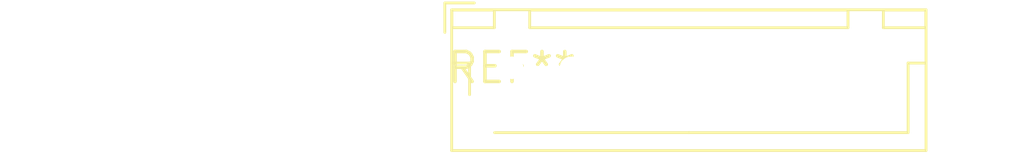
<source format=kicad_pcb>
(kicad_pcb (version 20240108) (generator pcbnew)
  (layers (0 "F.Cu" signal) (31 "B.Cu" signal) (34 "B.Paste" user) (35 "F.Paste" user) (36 "B.SilkS" user "B.Silkscreen") (37 "F.SilkS" user "F.Silkscreen") (38 "B.Mask" user) (39 "F.Mask" user) (44 "Edge.Cuts" user))
  (net 0 "")
  (footprint "JST_XH_B7B-XH-AM_1x07_P2.50mm_Vertical" (layer "F.Cu") (at 0 0)
    (property "Reference" "REF**")
    (property "Value" "JST_XH_B7B-XH-AM_1x07_P2.50mm_Vertical")
    (fp_line (start -2.85 -2.75) (end -2.85 -1.5) (layer "F.SilkS") (stroke (width 0.12)))
    (fp_line (start -2.56 -2.46) (end -2.56 3.51) (layer "F.SilkS") (stroke (width 0.12)))
    (fp_line (start -2.56 3.51) (end 17.56 3.51) (layer "F.SilkS") (stroke (width 0.12)))
    (fp_line (start -2.55 -2.45) (end -2.55 -1.7) (layer "F.SilkS") (stroke (width 0.12)))
    (fp_line (start -2.55 -1.7) (end -0.75 -1.7) (layer "F.SilkS") (stroke (width 0.12)))
    (fp_line (start -2.55 -0.2) (end -1.8 -0.2) (layer "F.SilkS") (stroke (width 0.12)))
    (fp_line (start -1.8 -0.2) (end -1.8 1.14) (layer "F.SilkS") (stroke (width 0.12)))
    (fp_line (start -1.6 -2.75) (end -2.85 -2.75) (layer "F.SilkS") (stroke (width 0.12)))
    (fp_line (start -0.75 -2.45) (end -2.55 -2.45) (layer "F.SilkS") (stroke (width 0.12)))
    (fp_line (start -0.75 -1.7) (end -0.75 -2.45) (layer "F.SilkS") (stroke (width 0.12)))
    (fp_line (start 0.75 -2.45) (end 0.75 -1.7) (layer "F.SilkS") (stroke (width 0.12)))
    (fp_line (start 0.75 -1.7) (end 14.25 -1.7) (layer "F.SilkS") (stroke (width 0.12)))
    (fp_line (start 7.5 2.75) (end -0.74 2.75) (layer "F.SilkS") (stroke (width 0.12)))
    (fp_line (start 14.25 -2.45) (end 0.75 -2.45) (layer "F.SilkS") (stroke (width 0.12)))
    (fp_line (start 14.25 -1.7) (end 14.25 -2.45) (layer "F.SilkS") (stroke (width 0.12)))
    (fp_line (start 15.75 -2.45) (end 15.75 -1.7) (layer "F.SilkS") (stroke (width 0.12)))
    (fp_line (start 15.75 -1.7) (end 17.55 -1.7) (layer "F.SilkS") (stroke (width 0.12)))
    (fp_line (start 16.8 -0.2) (end 16.8 2.75) (layer "F.SilkS") (stroke (width 0.12)))
    (fp_line (start 16.8 2.75) (end 7.5 2.75) (layer "F.SilkS") (stroke (width 0.12)))
    (fp_line (start 17.55 -2.45) (end 15.75 -2.45) (layer "F.SilkS") (stroke (width 0.12)))
    (fp_line (start 17.55 -1.7) (end 17.55 -2.45) (layer "F.SilkS") (stroke (width 0.12)))
    (fp_line (start 17.55 -0.2) (end 16.8 -0.2) (layer "F.SilkS") (stroke (width 0.12)))
    (fp_line (start 17.56 -2.46) (end -2.56 -2.46) (layer "F.SilkS") (stroke (width 0.12)))
    (fp_line (start 17.56 3.51) (end 17.56 -2.46) (layer "F.SilkS") (stroke (width 0.12)))
    (pad "" np_thru_hole circle (at -1.6 2) (size 1.2 1.2) (drill 1.2) (layers *.Cu *.Mask))
    (pad "1" thru_hole roundrect (at 0 0) (size 1.7 1.95) (drill 0.95) (layers *.Cu *.Mask) (remove_unused_layers) (roundrect_rratio 0.147059))
    (pad "2" thru_hole oval (at 2.5 0) (size 1.7 1.95) (drill 0.95) (layers *.Cu *.Mask) (remove_unused_layers))
    (pad "3" thru_hole oval (at 5 0) (size 1.7 1.95) (drill 0.95) (layers *.Cu *.Mask) (remove_unused_layers))
    (pad "4" thru_hole oval (at 7.5 0) (size 1.7 1.95) (drill 0.95) (layers *.Cu *.Mask) (remove_unused_layers))
    (pad "5" thru_hole oval (at 10 0) (size 1.7 1.95) (drill 0.95) (layers *.Cu *.Mask) (remove_unused_layers))
    (pad "6" thru_hole oval (at 12.5 0) (size 1.7 1.95) (drill 0.95) (layers *.Cu *.Mask) (remove_unused_layers))
    (pad "7" thru_hole oval (at 15 0) (size 1.7 1.95) (drill 0.95) (layers *.Cu *.Mask) (remove_unused_layers))
  )
)
</source>
